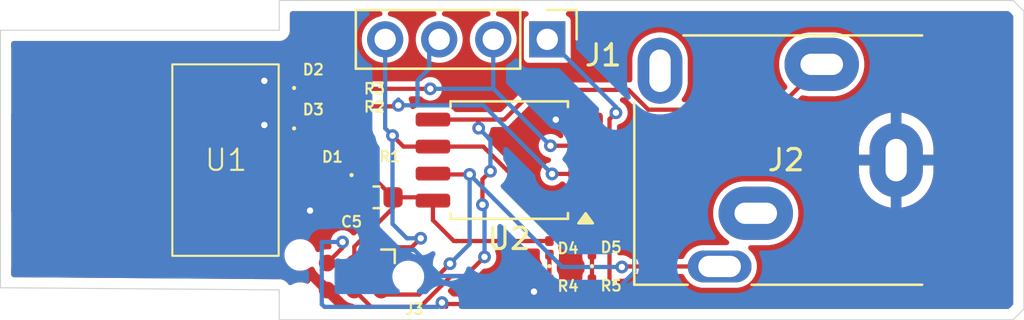
<source format=kicad_pcb>
(kicad_pcb (version 20241229) (generator "pcbnew") (generator_version "9.0")
  (title_block (title "Iambic Controller ATTiny85") (date "2025-12-12") (rev "1.0") (company "Dominic Streif"))
  (layers (0 "F.Cu" signal) (2 "B.Cu" signal) (13 "F.Paste" user) (15 "B.Paste" user) (5 "F.SilkS" user "F.Silkscreen") (7 "B.SilkS" user "B.Silkscreen") (1 "F.Mask" user) (3 "B.Mask" user) (25 "Edge.Cuts" user))
  (net 0 "")
  (net 1 "GND")
  (net 2 "VCC5V")
  (net 3 "Net-(D4-K)")
  (net 4 "/MISO")
  (net 5 "Net-(D5-K)")
  (net 6 "/USB_DP")
  (net 7 "/USB_DN")
  (net 8 "/AUDIO_RING")
  (net 9 "/AUDIO_TIP")
  (net 10 "Net-(D1-A)")
  (net 11 "Net-(D2-K)")
  (net 12 "Net-(D3-K)")
  (net 13 "/RESET")
  (footprint "Package_SO:SOIC-8_5.3x5.3mm_P1.27mm" (layer "F.Cu") (at 155.8125 100 180)
    (property "Reference" "U2" (at 0.0125 -3.7 0) (layer "F.SilkS"))
    (property "Value" "ATtiny85-20S" (hide yes))
    (fp_line (start 2.76 2.76) (end -2.76 2.76) (stroke (width 0.12)) (layer "F.SilkS"))
    (fp_line (start 2.76 2.49) (end 2.76 2.76) (stroke (width 0.12)) (layer "F.SilkS"))
    (fp_line (start 2.76 -2.76) (end 2.76 -2.49) (stroke (width 0.12)) (layer "F.SilkS"))
    (fp_line (start -2.76 2.76) (end -2.76 2.49) (stroke (width 0.12)) (layer "F.SilkS"))
    (fp_line (start -2.76 -2.49) (end -2.76 -2.76) (stroke (width 0.12)) (layer "F.SilkS"))
    (fp_line (start -2.76 -2.76) (end 2.76 -2.76) (stroke (width 0.12)) (layer "F.SilkS"))
    (fp_poly (pts (xy -3.59 -2.5) (xy -3.93 -2.97) (xy -3.25 -2.97)) (stroke (width 0.12)) (fill yes) (layer "F.SilkS"))
    (pad "1" smd roundrect (at -3.5875 -1.905 180) (size 1.625 0.65) (layers "F.Cu" "F.Mask" "F.Paste") (net 13 "/RESET"))
    (pad "2" smd roundrect (at -3.5875 -0.635 180) (size 1.625 0.65) (layers "F.Cu" "F.Mask" "F.Paste") (net 7 "/USB_DN"))
    (pad "3" smd roundrect (at -3.5875 0.635 180) (size 1.625 0.65) (layers "F.Cu" "F.Mask" "F.Paste") (net 6 "/USB_DP"))
    (pad "4" smd roundrect (at -3.5875 1.905 180) (size 1.625 0.65) (layers "F.Cu" "F.Mask" "F.Paste") (net 1 "GND"))
    (pad "5" smd roundrect (at 3.5875 1.905 180) (size 1.625 0.65) (layers "F.Cu" "F.Mask" "F.Paste") (net 9 "/AUDIO_TIP"))
    (pad "6" smd roundrect (at 3.5875 0.635 180) (size 1.625 0.65) (layers "F.Cu" "F.Mask" "F.Paste") (net 4 "/MISO"))
    (pad "7" smd roundrect (at 3.5875 -0.635 180) (size 1.625 0.65) (layers "F.Cu" "F.Mask" "F.Paste") (net 8 "/AUDIO_RING"))
    (pad "8" smd roundrect (at 3.5875 -1.905 180) (size 1.625 0.65) (layers "F.Cu" "F.Mask" "F.Paste") (net 2 "VCC5V"))
  )
  (footprint "Resistor_SMD:R_0201_0603Metric" (layer "F.Cu") (at 149.35 99.855 90)
    (property "Reference" "R1" (at 0.02 0.85 180) (layer "F.SilkS") (effects (font (size 0.5 0.5) (thickness 0.1))))
    (property "Value" "1K5" (hide yes))
    (pad "1" smd roundrect (at -0.32 0 90) (size 0.46 0.4) (layers "F.Cu" "F.Mask") (net 2 "VCC5V"))
    (pad "2" smd roundrect (at 0.32 0 90) (size 0.46 0.4) (layers "F.Cu" "F.Mask") (net 12 "Net-(D3-K)"))
  )
  (footprint "Custom_Lib:PCB_USB_connector" (layer "F.Cu") (at 135.975 100)
    (property "Reference" "U1" (at 6.525 0 0) (layer "F.SilkS") (effects (font (thickness 0.1))))
    (property "Value" "USB_A_PCB" (hide yes))
    (fp_rect (start 4 -4.5) (end 9 4.5) (stroke (width 0.1)) (fill no) (layer "F.SilkS"))
    (pad "1" smd roundrect (at 0 3.75) (size 7 2) (layers "F.Cu" "F.Mask" "F.Paste") (roundrect_rratio 0.15) (net 10 "Net-(D1-A)"))
    (pad "2" smd roundrect (at 0 1) (size 6 1.5) (layers "F.Cu" "F.Mask" "F.Paste") (roundrect_rratio 0.15) (net 12 "Net-(D3-K)"))
    (pad "3" smd roundrect (at 0 -1) (size 6 1.5) (layers "F.Cu" "F.Mask" "F.Paste") (roundrect_rratio 0.15) (net 11 "Net-(D2-K)"))
    (pad "4" smd roundrect (at 0 -3.75) (size 7 2) (layers "F.Cu" "F.Mask" "F.Paste") (roundrect_rratio 0.15) (net 1 "GND"))
  )
  (footprint "Diode_SMD:D_0201_0603Metric" (layer "F.Cu") (at 148.4 99.845 90)
    (property "Reference" "D1" (at -0.005 -0.9 180) (layer "F.SilkS") (effects (font (size 0.5 0.5) (thickness 0.1))))
    (property "Value" "1N5819" (hide yes))
    (fp_circle (center -0.86 0) (end -0.81 0) (stroke (width 0.1)) (fill no) (layer "F.SilkS"))
    (pad "1" smd roundrect (at -0.32 0 90) (size 0.46 0.4) (layers "F.Cu" "F.Mask") (net 2 "VCC5V"))
    (pad "2" smd roundrect (at 0.32 0 90) (size 0.46 0.4) (layers "F.Cu" "F.Mask") (net 10 "Net-(D1-A)"))
  )
  (footprint "Resistor_SMD:R_0201_0603Metric" (layer "F.Cu") (at 159.7 105.925 -90)
    (property "Reference" "R5" (at -0.0175 -0.9 0) (layer "F.SilkS") (effects (font (size 0.5 0.5) (thickness 0.1) (bold yes))))
    (property "Value" "1K" (hide yes))
    (pad "1" smd roundrect (at -0.32 0 270) (size 0.46 0.4) (layers "F.Cu" "F.Mask") (net 5 "Net-(D5-K)"))
    (pad "2" smd roundrect (at 0.32 0 270) (size 0.46 0.4) (layers "F.Cu" "F.Mask") (net 1 "GND"))
  )
  (footprint "LED_SMD:LED_0201_0603Metric" (layer "F.Cu") (at 157.7 104.125 90)
    (property "Reference" "D4" (at -0.025 0.875 0) (layer "F.SilkS") (effects (font (size 0.5 0.5) (thickness 0.1))))
    (property "Value" "LED1" (hide yes))
    (fp_circle (center -0.86 0) (end -0.81 0) (stroke (width 0.1)) (fill no) (layer "F.SilkS"))
    (pad "1" smd roundrect (at -0.32 0 90) (size 0.46 0.4) (layers "F.Cu" "F.Mask") (net 3 "Net-(D4-K)"))
    (pad "2" smd roundrect (at 0.32 0 90) (size 0.46 0.4) (layers "F.Cu" "F.Mask") (net 2 "VCC5V"))
  )
  (footprint "LED_SMD:LED_0201_0603Metric" (layer "F.Cu") (at 159.7 104.125 90)
    (property "Reference" "D5" (at 0.025 0.9 0) (layer "F.SilkS") (effects (font (size 0.5 0.5) (thickness 0.1))))
    (property "Value" "LED2" (hide yes))
    (fp_circle (center -0.86 0) (end -0.81 0) (stroke (width 0.1)) (fill no) (layer "F.SilkS"))
    (pad "1" smd roundrect (at -0.32 0 90) (size 0.46 0.4) (layers "F.Cu" "F.Mask") (net 5 "Net-(D5-K)"))
    (pad "2" smd roundrect (at 0.32 0 90) (size 0.46 0.4) (layers "F.Cu" "F.Mask") (net 4 "/MISO"))
  )
  (footprint "Connector_PinHeader_2.54mm:PinHeader_1x04_P2.54mm_Vertical" (layer "F.Cu") (at 157.6 94.325 -90)
    (property "Reference" "J1" (at 0.75 -2.63 0) (layer "F.SilkS"))
    (property "Value" "Header 1" (hide yes))
    (fp_line (start -1.38 9) (end 1.38 9) (stroke (width 0.12)) (layer "F.SilkS"))
    (fp_line (start -1.38 1.27) (end -1.38 9) (stroke (width 0.12)) (layer "F.SilkS"))
    (fp_line (start -1.38 1.27) (end 1.38 1.27) (stroke (width 0.12)) (layer "F.SilkS"))
    (fp_line (start 1.38 1.27) (end 1.38 9) (stroke (width 0.12)) (layer "F.SilkS"))
    (fp_line (start -1.38 0) (end -1.38 -1.38) (stroke (width 0.12)) (layer "F.SilkS"))
    (fp_line (start -1.38 -1.38) (end 0 -1.38) (stroke (width 0.12)) (layer "F.SilkS"))
    (pad "1" thru_hole rect (at 0 0 270) (size 1.7 1.7) (drill 1) (layers "*.Cu" "*.Mask") (net 13 "/RESET"))
    (pad "2" thru_hole circle (at 0 2.54 270) (size 1.7 1.7) (drill 1) (layers "*.Cu" "*.Mask") (net 6 "/USB_DP"))
    (pad "3" thru_hole circle (at 0 5.08 270) (size 1.7 1.7) (drill 1) (layers "*.Cu" "*.Mask") (net 7 "/USB_DN"))
    (pad "4" thru_hole circle (at 0 7.62 270) (size 1.7 1.7) (drill 1) (layers "*.Cu" "*.Mask") (net 4 "/MISO"))
  )
  (footprint "Resistor_SMD:R_0201_0603Metric" (layer "F.Cu") (at 157.7 105.925 -90)
    (property "Reference" "R4" (at 0 -0.875 0) (layer "F.SilkS") (effects (font (size 0.5 0.5) (thickness 0.1))))
    (property "Value" "1K" (hide yes))
    (pad "1" smd roundrect (at -0.32 0 270) (size 0.46 0.4) (layers "F.Cu" "F.Mask") (net 3 "Net-(D4-K)"))
    (pad "2" smd roundrect (at 0.32 0 270) (size 0.46 0.4) (layers "F.Cu" "F.Mask") (net 1 "GND"))
  )
  (footprint "Resistor_SMD:R_0201_0603Metric" (layer "F.Cu") (at 148.25 97.475)
    (property "Reference" "R2" (at 1.225 0.025 0) (layer "F.SilkS") (effects (font (size 0.5 0.5) (thickness 0.1) (bold yes))))
    (property "Value" "68R" (hide yes))
    (pad "1" smd roundrect (at -0.32 0) (size 0.46 0.4) (layers "F.Cu" "F.Mask") (net 12 "Net-(D3-K)"))
    (pad "2" smd roundrect (at 0.32 0) (size 0.46 0.4) (layers "F.Cu" "F.Mask") (net 7 "/USB_DN"))
  )
  (footprint "Connector:Tag-Connect_TC2030-IDC-NL_2x03_P1.27mm_Vertical" (layer "F.Cu") (at 148.525 105.475 180)
    (property "Reference" "J3" (at -2.83 -1.535 0) (layer "F.SilkS") (effects (font (size 0.5 0.5) (thickness 0.1))))
    (property "Value" "ISP Header" (hide yes))
    (fp_line (start -1.27 1.27) (end -1.905 1.27) (stroke (width 0.12)) (layer "F.SilkS"))
    (fp_line (start -1.905 1.27) (end -1.905 0.635) (stroke (width 0.12)) (layer "F.SilkS"))
    (pad "" np_thru_hole circle (at -2.54 0 180) (size 0.9906 0.9906) (drill 0.9906) (layers "*.Cu" "*.Mask"))
    (pad "" np_thru_hole circle (at 2.54 -1.016 180) (size 0.9906 0.9906) (drill 0.9906) (layers "*.Cu" "*.Mask"))
    (pad "" np_thru_hole circle (at 2.54 1.016 180) (size 0.9906 0.9906) (drill 0.9906) (layers "*.Cu" "*.Mask"))
    (pad "1" connect circle (at -1.27 0.635 180) (size 0.7874 0.7874) (layers "F.Cu" "F.Mask") (net 4 "/MISO"))
    (pad "2" connect circle (at -1.27 -0.635 180) (size 0.7874 0.7874) (layers "F.Cu" "F.Mask") (net 8 "/AUDIO_RING"))
    (pad "3" connect circle (at 0 0.635 180) (size 0.7874 0.7874) (layers "F.Cu" "F.Mask") (net 2 "VCC5V"))
    (pad "4" connect circle (at 0 -0.635 180) (size 0.7874 0.7874) (layers "F.Cu" "F.Mask") (net 9 "/AUDIO_TIP"))
    (pad "5" connect circle (at 1.27 0.635 180) (size 0.7874 0.7874) (layers "F.Cu" "F.Mask") (net 13 "/RESET"))
    (pad "6" connect circle (at 1.27 -0.635 180) (size 0.7874 0.7874) (layers "F.Cu" "F.Mask") (net 1 "GND"))
    (zone (net 0) (net_name "") (layer "F.Cu") (connect_pads (clearance 0)) (min_thickness 0.254)
      (keepout (tracks allowed) (vias not_allowed) (pads allowed) (copperpour not_allowed) (footprints not_allowed))
      (fill (thermal_gap 0.508) (thermal_bridge_width 0.508))
      (polygon (pts (xy 147.255 106.11) (xy 149.795 106.11) (xy 149.795 104.84) (xy 147.255 104.84)))
    )
  )
  (footprint "Connector_Audio:Jack_3.5mm_CUI_SJ1-3515N_Horizontal" (layer "F.Cu") (at 174 100 180)
    (property "Reference" "J2" (at 5.175 0 0) (layer "F.SilkS"))
    (property "Value" "AudioJack3" (hide yes))
    (fp_line (start 12.31 -5.86) (end 12.31 2.7) (stroke (width 0.12)) (layer "F.SilkS"))
    (fp_line (start 12.31 -5.86) (end 9.8 -5.86) (stroke (width 0.12)) (layer "F.SilkS"))
    (fp_line (start 10 5.86) (end -1.2192 5.86) (stroke (width 0.12)) (layer "F.SilkS"))
    (fp_line (start 6.8 -5.86) (end -1.2192 -5.86) (stroke (width 0.12)) (layer "F.SilkS"))
    (pad "R" thru_hole oval (at 8.3 -5 180) (size 3 1.5) (drill oval 2 1) (layers "*.Cu" "*.Mask") (net 8 "/AUDIO_RING"))
    (pad "RN" thru_hole oval (at 6.6 -2.5 180) (size 3.5 2.5) (drill oval 2 1) (layers "*.Cu" "*.Mask"))
    (pad "S" thru_hole oval (at 0 0 90) (size 3.5 2.5) (drill oval 2 1) (layers "*.Cu" "*.Mask") (net 1 "GND"))
    (pad "T" thru_hole oval (at 3.5 4.5 180) (size 3.5 2.5) (drill oval 2 1) (layers "*.Cu" "*.Mask") (net 9 "/AUDIO_TIP"))
    (pad "TN" thru_hole oval (at 11.1 4.2 270) (size 3.1 2.1) (drill oval 2 1) (layers "*.Cu" "*.Mask"))
  )
  (footprint "Diode_SMD:D_0201_0603Metric" (layer "F.Cu") (at 145.7 95.75 90)
    (property "Reference" "D2" (at 0 0.9 0) (layer "F.SilkS") (effects (font (size 0.5 0.5) (thickness 0.1))))
    (property "Value" "~" (hide yes))
    (fp_circle (center -0.86 0) (end -0.81 0) (stroke (width 0.1)) (fill no) (layer "F.SilkS"))
    (pad "1" smd roundrect (at -0.32 0 90) (size 0.46 0.4) (layers "F.Cu" "F.Mask") (net 11 "Net-(D2-K)"))
    (pad "2" smd roundrect (at 0.32 0 90) (size 0.46 0.4) (layers "F.Cu" "F.Mask") (net 1 "GND"))
  )
  (footprint "Capacitor_SMD:C_0603_1608Metric" (layer "F.Cu") (at 149.575 101.75)
    (property "Reference" "C5" (at -1.175 1.15 0) (layer "F.SilkS") (effects (font (size 0.5 0.5) (thickness 0.1))))
    (property "Value" "100nF" (hide yes))
    (fp_line (start -0.14058 -0.51) (end 0.14058 -0.51) (stroke (width 0.12)) (layer "F.SilkS"))
    (fp_line (start -0.14058 0.51) (end 0.14058 0.51) (stroke (width 0.12)) (layer "F.SilkS"))
    (pad "1" smd roundrect (at -0.775 0) (size 0.9 0.95) (layers "F.Cu" "F.Mask" "F.Paste") (net 1 "GND"))
    (pad "2" smd roundrect (at 0.775 0) (size 0.9 0.95) (layers "F.Cu" "F.Mask" "F.Paste") (net 2 "VCC5V"))
  )
  (footprint "Diode_SMD:D_0201_0603Metric" (layer "F.Cu") (at 145.7 97.65 90)
    (property "Reference" "D3" (at 0.025 0.9 0) (layer "F.SilkS") (effects (font (size 0.5 0.5) (thickness 0.1))))
    (property "Value" "~" (hide yes))
    (fp_circle (center -0.86 0) (end -0.81 0) (stroke (width 0.1)) (fill no) (layer "F.SilkS"))
    (pad "1" smd roundrect (at -0.32 0 90) (size 0.46 0.4) (layers "F.Cu" "F.Mask") (net 12 "Net-(D3-K)"))
    (pad "2" smd roundrect (at 0.32 0 90) (size 0.46 0.4) (layers "F.Cu" "F.Mask") (net 1 "GND"))
  )
  (footprint "Resistor_SMD:R_0201_0603Metric" (layer "F.Cu") (at 148.25 96.65)
    (property "Reference" "R3" (at 1.225 0 0) (layer "F.SilkS") (effects (font (size 0.5 0.5) (thickness 0.1))))
    (property "Value" "68R" (hide yes))
    (pad "1" smd roundrect (at -0.32 0) (size 0.46 0.4) (layers "F.Cu" "F.Mask") (net 11 "Net-(D2-K)"))
    (pad "2" smd roundrect (at 0.32 0) (size 0.46 0.4) (layers "F.Cu" "F.Mask") (net 6 "/USB_DP"))
  )
  (gr_line (start 131.9 93.9) (end 145 93.9) (stroke (width 0.05)) (layer "Edge.Cuts"))
  (gr_line (start 179.5 92.5) (end 180 93) (stroke (width 0.05)) (layer "Edge.Cuts"))
  (gr_line (start 131.9 93.9) (end 131.9 106) (stroke (width 0.05)) (layer "Edge.Cuts"))
  (gr_line (start 145 107.5) (end 179.5 107.5) (stroke (width 0.05)) (layer "Edge.Cuts"))
  (gr_line (start 145 93.9) (end 145 92.5) (stroke (width 0.05)) (layer "Edge.Cuts"))
  (gr_line (start 180 107) (end 179.5 107.5) (stroke (width 0.05)) (layer "Edge.Cuts"))
  (gr_line (start 145 106.1) (end 131.9 106) (stroke (width 0.05)) (layer "Edge.Cuts"))
  (gr_line (start 145 92.5) (end 179.5 92.5) (stroke (width 0.05)) (layer "Edge.Cuts"))
  (gr_line (start 180 93) (end 180 107) (stroke (width 0.05)) (layer "Edge.Cuts"))
  (gr_line (start 145 107.5) (end 145 106.1) (stroke (width 0.05)) (layer "Edge.Cuts"))
  (segment (start 144.3 96.275) (end 144.3 96.185) (width 0.2) (layer "F.Cu") (net 1))
  (segment (start 144.85 97.775) (end 145.295 97.33) (width 0.2) (layer "F.Cu") (net 1))
  (segment (start 157.7 106.245) (end 159.7 106.245) (width 0.2) (layer "F.Cu") (net 1))
  (segment (start 139.95 96.275) (end 139.925 96.25) (width 0.2) (layer "F.Cu") (net 1))
  (segment (start 146.4503 105.3053) (end 145.634451 105.3053) (width 0.2) (layer "F.Cu") (net 1))
  (segment (start 144.85 97.8) (end 144.85 97.775) (width 0.2) (layer "F.Cu") (net 1))
  (segment (start 147.075 101.75) (end 146.45 102.375) (width 0.2) (layer "F.Cu") (net 1))
  (segment (start 145.7 95.43) (end 145.145 95.43) (width 0.2) (layer "F.Cu") (net 1))
  (segment (start 144.3 98.35) (end 144.85 97.8) (width 0.2) (layer "F.Cu") (net 1))
  (segment (start 147.255 106.11) (end 146.4503 105.3053) (width 0.2) (layer "F.Cu") (net 1))
  (segment (start 144.3 96.275) (end 139.95 96.275) (width 0.2) (layer "F.Cu") (net 1))
  (segment (start 145.1387 104.809549) (end 145.1387 103.6863) (width 0.2) (layer "F.Cu") (net 1))
  (segment (start 145.1387 103.6863) (end 146.45 102.375) (width 0.2) (layer "F.Cu") (net 1))
  (segment (start 145.295 97.33) (end 145.7 97.33) (width 0.2) (layer "F.Cu") (net 1))
  (segment (start 157.7075 106.2375) (end 157.7 106.245) (width 0.2) (layer "F.Cu") (net 1))
  (segment (start 157.044 106.2525) (end 156.975 106.1835) (width 0.2) (layer "F.Cu") (net 1))
  (segment (start 145.634451 105.3053) (end 145.1387 104.809549) (width 0.2) (layer "F.Cu") (net 1))
  (segment (start 148.8 101.75) (end 147.075 101.75) (width 0.2) (layer "F.Cu") (net 1))
  (segment (start 157.0365 106.245) (end 156.975 106.1835) (width 0.2) (layer "F.Cu") (net 1))
  (segment (start 159.4 98.095) (end 158.005 98.095) (width 0.2) (layer "F.Cu") (net 1))
  (segment (start 139.925 96.25) (end 135.975 96.25) (width 0.2) (layer "F.Cu") (net 1))
  (segment (start 158.005 98.095) (end 158 98.1) (width 0.2) (layer "F.Cu") (net 1))
  (segment (start 157.7 106.245) (end 157.0365 106.245) (width 0.2) (layer "F.Cu") (net 1))
  (segment (start 145.145 95.43) (end 144.3 96.275) (width 0.2) (layer "F.Cu") (net 1))
  (via (at 144.3 96.275) (size 0.6) (drill 0.3) (layers "F.Cu" "B.Cu") (net 1))
  (via (at 144.3 98.35) (size 0.6) (drill 0.3) (layers "F.Cu" "B.Cu") (net 1))
  (via (at 158 98.1) (size 0.6) (drill 0.3) (layers "F.Cu" "B.Cu") (net 1))
  (via (at 146.45 102.375) (size 0.6) (drill 0.3) (layers "F.Cu" "B.Cu") (net 1))
  (via (at 156.975 106.1835) (size 0.6) (drill 0.3) (layers "F.Cu" "B.Cu") (net 1))
  (segment (start 152.575 105.45) (end 151.35 104.225) (width 0.2) (layer "B.Cu") (net 1))
  (segment (start 155.25 106.899) (end 153.801 105.45) (width 0.2) (layer "B.Cu") (net 1))
  (segment (start 161.686 101.786) (end 161.686 105.265659) (width 0.2) (layer "B.Cu") (net 1))
  (segment (start 155.9655 106.1835) (end 155.25 106.899) (width 0.2) (layer "B.Cu") (net 1))
  (segment (start 153.801 105.45) (end 152.575 105.45) (width 0.2) (layer "B.Cu") (net 1))
  (segment (start 147.2 103.125) (end 146.45 102.375) (width 0.2) (layer "B.Cu") (net 1))
  (segment (start 144.85 100.075) (end 146.45 101.675) (width 0.2) (layer "B.Cu") (net 1))
  (segment (start 156.975 106.1835) (end 155.9655 106.1835) (width 0.2) (layer "B.Cu") (net 1))
  (segment (start 151.35 104.225) (end 150.675 104.225) (width 0.2) (layer "B.Cu") (net 1))
  (segment (start 158 98.1) (end 161.686 101.786) (width 0.2) (layer "B.Cu") (net 1))
  (segment (start 150.675 104.225) (end 149.575 103.125) (width 0.2) (layer "B.Cu") (net 1))
  (segment (start 160.052659 106.899) (end 155.25 106.899) (width 0.2) (layer "B.Cu") (net 1))
  (segment (start 144.3 98.35) (end 144.3 96.275) (width 0.2) (layer "B.Cu") (net 1))
  (segment (start 174 100) (end 163.472 100) (width 0.2) (layer "B.Cu") (net 1))
  (segment (start 163.472 100) (end 161.686 101.786) (width 0.2) (layer "B.Cu") (net 1))
  (segment (start 144.3 98.35) (end 144.85 98.9) (width 0.2) (layer "B.Cu") (net 1))
  (segment (start 149.575 103.125) (end 147.2 103.125) (width 0.2) (layer "B.Cu") (net 1))
  (segment (start 146.45 101.675) (end 146.45 102.375) (width 0.2) (layer "B.Cu") (net 1))
  (segment (start 161.686 105.265659) (end 160.052659 106.899) (width 0.2) (layer "B.Cu") (net 1))
  (segment (start 144.85 98.9) (end 144.85 100.075) (width 0.2) (layer "B.Cu") (net 1))
  (segment (start 153.3375 103.8125) (end 153.345 103.805) (width 0.2) (layer "F.Cu") (net 2))
  (segment (start 152.225 102.825) (end 153.205 103.805) (width 0.2) (layer "F.Cu") (net 2))
  (segment (start 148.4 100.165) (end 148.875 100.165) (width 0.2) (layer "F.Cu") (net 2))
  (segment (start 152.225 101.905) (end 152.225 102.825) (width 0.2) (layer "F.Cu") (net 2))
  (segment (start 148.53 104.07) (end 150.35 102.25) (width 0.2) (layer "F.Cu") (net 2))
  (segment (start 150.35 101.75) (end 152.07 101.75) (width 0.2) (layer "F.Cu") (net 2))
  (segment (start 148.525 104.84) (end 148.53 104.835) (width 0.2) (layer "F.Cu") (net 2))
  (segment (start 149.34 100.165) (end 149.35 100.175) (width 0.2) (layer "F.Cu") (net 2))
  (segment (start 153.205 103.805) (end 153.345 103.805) (width 0.2) (layer "F.Cu") (net 2))
  (segment (start 148.875 100.165) (end 148.875 100.8) (width 0.2) (layer "F.Cu") (net 2))
  (segment (start 148.875 100.165) (end 149.34 100.165) (width 0.2) (layer "F.Cu") (net 2))
  (segment (start 150.35 102.25) (end 150.35 101.75) (width 0.2) (layer "F.Cu") (net 2))
  (segment (start 152.07 101.75) (end 152.225 101.905) (width 0.2) (layer "F.Cu") (net 2))
  (segment (start 149.4 100.8) (end 150.35 101.75) (width 0.2) (layer "F.Cu") (net 2))
  (segment (start 153.345 103.805) (end 157.7 103.805) (width 0.2) (layer "F.Cu") (net 2))
  (segment (start 148.875 100.8) (end 149.4 100.8) (width 0.2) (layer "F.Cu") (net 2))
  (segment (start 148.53 104.835) (end 148.53 104.07) (width 0.2) (layer "F.Cu") (net 2))
  (segment (start 157.7 104.445) (end 157.7 105.605) (width 0.2) (layer "F.Cu") (net 3))
  (segment (start 150.6 104.1) (end 149.86 104.84) (width 0.2) (layer "F.Cu") (net 4))
  (segment (start 149.86 104.84) (end 149.795 104.84) (width 0.2) (layer "F.Cu") (net 4))
  (segment (start 158.25 102.975) (end 159.7 102.975) (width 0.2) (layer "F.Cu") (net 4))
  (segment (start 159.7 102.975) (end 159.7 103.805) (width 0.2) (layer "F.Cu") (net 4))
  (segment (start 151.225 104.1) (end 150.6 104.1) (width 0.2) (layer "F.Cu") (net 4))
  (segment (start 158.225 103) (end 158.25 102.975) (width 0.2) (layer "F.Cu") (net 4))
  (segment (start 150.84 99.365) (end 152.225 99.365) (width 0.2) (layer "F.Cu") (net 4))
  (segment (start 151.65 103.675) (end 151.225 104.1) (width 0.2) (layer "F.Cu") (net 4))
  (segment (start 152.225 99.365) (end 154.59 99.365) (width 0.2) (layer "F.Cu") (net 4))
  (segment (start 150.325 98.85) (end 150.84 99.365) (width 0.2) (layer "F.Cu") (net 4))
  (segment (start 154.59 99.365) (end 158.225 103) (width 0.2) (layer "F.Cu") (net 4))
  (via (at 151.65 103.675) (size 0.6) (drill 0.3) (layers "F.Cu" "B.Cu") (net 4))
  (via (at 150.325 98.85) (size 0.6) (drill 0.3) (layers "F.Cu" "B.Cu") (net 4))
  (segment (start 149.98 98.505) (end 150.325 98.85) (width 0.2) (layer "B.Cu") (net 4))
  (segment (start 151.65 103.675) (end 151 103.675) (width 0.2) (layer "B.Cu") (net 4))
  (segment (start 150.325 103) (end 150.325 98.85) (width 0.2) (layer "B.Cu") (net 4))
  (segment (start 149.98 94.325) (end 149.98 98.505) (width 0.2) (layer "B.Cu") (net 4))
  (segment (start 151 103.675) (end 150.325 103) (width 0.2) (layer "B.Cu") (net 4))
  (segment (start 159.7 104.445) (end 159.7 105.605) (width 0.2) (layer "F.Cu") (net 5))
  (segment (start 157.75 99.325) (end 159.36 99.325) (width 0.2) (layer "F.Cu") (net 6))
  (segment (start 159.36 99.325) (end 159.4 99.365) (width 0.2) (layer "F.Cu") (net 6))
  (segment (start 148.57 96.65) (end 152.1 96.65) (width 0.2) (layer "F.Cu") (net 6))
  (via (at 157.75 99.325) (size 0.6) (drill 0.3) (layers "F.Cu" "B.Cu") (net 6))
  (via (at 152.1 96.65) (size 0.6) (drill 0.3) (layers "F.Cu" "B.Cu") (net 6))
  (segment (start 155.06 96.635) (end 155.075 96.65) (width 0.2) (layer "B.Cu") (net 6))
  (segment (start 152.1 96.65) (end 155.075 96.65) (width 0.2) (layer "B.Cu") (net 6))
  (segment (start 155.075 96.65) (end 157.75 99.325) (width 0.2) (layer "B.Cu") (net 6))
  (segment (start 155.06 94.325) (end 155.06 96.635) (width 0.2) (layer "B.Cu") (net 6))
  (segment (start 157.825 100.65) (end 159.385 100.65) (width 0.2) (layer "F.Cu") (net 7))
  (segment (start 148.57 97.475) (end 150.55 97.475) (width 0.2) (layer "F.Cu") (net 7))
  (segment (start 150.55 97.475) (end 150.6 97.425) (width 0.2) (layer "F.Cu") (net 7))
  (segment (start 159.385 100.65) (end 159.4 100.635) (width 0.2) (layer "F.Cu") (net 7))
  (via (at 150.6 97.425) (size 0.6) (drill 0.3) (layers "F.Cu" "B.Cu") (net 7))
  (via (at 157.825 100.65) (size 0.6) (drill 0.3) (layers "F.Cu" "B.Cu") (net 7))
  (segment (start 152.05 95.7) (end 151.5 96.25) (width 0.2) (layer "B.Cu") (net 7))
  (segment (start 150.6 97.15) (end 150.6 97.425) (width 0.2) (layer "B.Cu") (net 7))
  (segment (start 150.6 97.425) (end 151.5 97.425) (width 0.2) (layer "B.Cu") (net 7))
  (segment (start 152.05 94.795) (end 152.05 95.7) (width 0.2) (layer "B.Cu") (net 7))
  (segment (start 152.52 94.325) (end 152.05 94.795) (width 0.2) (layer "B.Cu") (net 7))
  (segment (start 154.6 97.425) (end 157.825 100.65) (width 0.2) (layer "B.Cu") (net 7))
  (segment (start 151.5 97.425) (end 154.6 97.425) (width 0.2) (layer "B.Cu") (net 7))
  (segment (start 151.5 96.25) (end 151.5 97.425) (width 0.2) (layer "B.Cu") (net 7))
  (segment (start 165.7 105) (end 161.13 105) (width 0.2) (layer "F.Cu") (net 8))
  (segment (start 161.13 105) (end 161.105 105.025) (width 0.2) (layer "F.Cu") (net 8))
  (segment (start 153.95 100.675) (end 152.265 100.675) (width 0.2) (layer "F.Cu") (net 8))
  (segment (start 153.025 104.87) (end 151.5737 106.3213) (width 0.2) (layer "F.Cu") (net 8))
  (segment (start 151.5737 106.3213) (end 150.0063 106.3213) (width 0.2) (layer "F.Cu") (net 8))
  (segment (start 152.265 100.675) (end 152.225 100.635) (width 0.2) (layer "F.Cu") (net 8))
  (segment (start 150.0063 106.3213) (end 149.795 106.11) (width 0.2) (layer "F.Cu") (net 8))
  (via (at 161.105 105.025) (size 0.6) (drill 0.3) (layers "F.Cu" "B.Cu") (net 8))
  (via (at 153.95 100.675) (size 0.6) (drill 0.3) (layers "F.Cu" "B.Cu") (net 8))
  (via (at 153.025 104.87) (size 0.6) (drill 0.3) (layers "F.Cu" "B.Cu") (net 8))
  (segment (start 158.3 105.025) (end 153.95 100.675) (width 0.2) (layer "B.Cu") (net 8))
  (segment (start 161.105 105.025) (end 158.3 105.025) (width 0.2) (layer "B.Cu") (net 8))
  (segment (start 153.95 103.945) (end 153.025 104.87) (width 0.2) (layer "B.Cu") (net 8))
  (segment (start 153.95 100.675) (end 153.95 103.945) (width 0.2) (layer "B.Cu") (net 8))
  (segment (start 151.629341 106.899) (end 153.077341 105.451) (width 0.2) (layer "F.Cu") (net 9))
  (segment (start 162.348682 97.631) (end 168.369 97.631) (width 0.2) (layer "F.Cu") (net 9))
  (segment (start 153.077341 105.451) (end 153.749 105.451) (width 0.2) (layer "F.Cu") (net 9))
  (segment (start 154.552378 102.097622) (end 154.552378 100.897622) (width 0.2) (layer "F.Cu") (net 9))
  (segment (start 156.975 96.7) (end 155.58 98.095) (width 0.2) (layer "F.Cu") (net 9))
  (segment (start 155.58 98.095) (end 154.35 98.095) (width 0.2) (layer "F.Cu") (net 9))
  (segment (start 154.35 98.095) (end 152.225 98.095) (width 0.2) (layer "F.Cu") (net 9))
  (segment (start 154.375 98.5) (end 154.35 98.475) (width 0.2) (layer "F.Cu") (net 9))
  (segment (start 154.35 98.475) (end 154.35 98.095) (width 0.2) (layer "F.Cu") (net 9))
  (segment (start 161.417682 96.7) (end 162.348682 97.631) (width 0.2) (layer "F.Cu") (net 9))
  (segment (start 148.525 106.11) (end 149.314 106.899) (width 0.2) (layer "F.Cu") (net 9))
  (segment (start 154.552378 100.897622) (end 154.927378 100.522622) (width 0.2) (layer "F.Cu") (net 9))
  (segment (start 153.749 105.451) (end 154.65 104.55) (width 0.2) (layer "F.Cu") (net 9))
  (segment (start 149.314 106.899) (end 151.629341 106.899) (width 0.2) (layer "F.Cu") (net 9))
  (segment (start 168.369 97.631) (end 170.5 95.5) (width 0.2) (layer "F.Cu") (net 9))
  (segment (start 156.975 96.7) (end 161.417682 96.7) (width 0.2) (layer "F.Cu") (net 9))
  (via (at 154.65 104.55) (size 0.6) (drill 0.3) (layers "F.Cu" "B.Cu") (net 9))
  (via (at 154.375 98.5) (size 0.6) (drill 0.3) (layers "F.Cu" "B.Cu") (net 9))
  (via (at 154.927378 100.522622) (size 0.6) (drill 0.3) (layers "F.Cu" "B.Cu") (net 9))
  (via (at 154.552378 102.097622) (size 0.6) (drill 0.3) (layers "F.Cu" "B.Cu") (net 9))
  (segment (start 154.65 102.195244) (end 154.552378 102.097622) (width 0.2) (layer "B.Cu") (net 9))
  (segment (start 154.927378 100.522622) (end 154.927378 99.052378) (width 0.2) (layer "B.Cu") (net 9))
  (segment (start 154.65 104.55) (end 154.65 102.195244) (width 0.2) (layer "B.Cu") (net 9))
  (segment (start 154.927378 99.052378) (end 154.375 98.5) (width 0.2) (layer "B.Cu") (net 9))
  (segment (start 135.975 103.75) (end 143.975001 103.75) (width 0.2) (layer "F.Cu") (net 10))
  (segment (start 148.200001 99.525) (end 148.4 99.525) (width 0.2) (layer "F.Cu") (net 10))
  (segment (start 143.975001 103.75) (end 148.200001 99.525) (width 0.2) (layer "F.Cu") (net 10))
  (segment (start 147.35 96.07) (end 147.93 96.65) (width 0.2) (layer "F.Cu") (net 11))
  (segment (start 135.975 99) (end 142.77 99) (width 0.2) (layer "F.Cu") (net 11))
  (segment (start 142.77 99) (end 145.7 96.07) (width 0.2) (layer "F.Cu") (net 11))
  (segment (start 145.7 96.07) (end 147.35 96.07) (width 0.2) (layer "F.Cu") (net 11))
  (segment (start 147.93 98.115) (end 147.93 97.475) (width 0.2) (layer "F.Cu") (net 12))
  (segment (start 142.67 101) (end 145.7 97.97) (width 0.2) (layer "F.Cu") (net 12))
  (segment (start 149.35 99.535) (end 147.93 98.115) (width 0.2) (layer "F.Cu") (net 12))
  (segment (start 147.93 98.115) (end 147.785 97.97) (width 0.2) (layer "F.Cu") (net 12))
  (segment (start 135.975 101) (end 142.67 101) (width 0.2) (layer "F.Cu") (net 12))
  (segment (start 147.785 97.97) (end 145.7 97.97) (width 0.2) (layer "F.Cu") (net 12))
  (segment (start 152.7135 106.7635) (end 152.65 106.7) (width 0.2) (layer "F.Cu") (net 13))
  (segment (start 160.525 98.075) (end 160.525 101.9) (width 0.2) (layer "F.Cu") (net 13))
  (segment (start 147.975 103.85) (end 147.975 104.12) (width 0.2) (layer "F.Cu") (net 13))
  (segment (start 152.849 106.899) (end 152.65 106.7) (width 0.2) (layer "F.Cu") (net 13))
  (segment (start 160.825 97.775) (end 160.525 98.075) (width 0.2) (layer "F.Cu") (net 13))
  (segment (start 159.953086 106.7635) (end 152.7135 106.7635) (width 0.2) (layer "F.Cu") (net 13))
  (segment (start 147.975 104.12) (end 147.255 104.84) (width 0.2) (layer "F.Cu") (net 13))
  (segment (start 160.52 101.905) (end 160.525 101.9) (width 0.2) (layer "F.Cu") (net 13))
  (segment (start 159.4 101.905) (end 160.52 101.905) (width 0.2) (layer "F.Cu") (net 13))
  (segment (start 160.525 106.191586) (end 159.953086 106.7635) (width 0.2) (layer "F.Cu") (net 13))
  (segment (start 160.525 101.9) (end 160.525 106.191586) (width 0.2) (layer "F.Cu") (net 13))
  (via (at 152.65 106.7) (size 0.6) (drill 0.3) (layers "F.Cu" "B.Cu") (net 13))
  (via (at 147.975 103.85) (size 0.6) (drill 0.3) (layers "F.Cu" "B.Cu") (net 13))
  (via (at 160.825 97.775) (size 0.6) (drill 0.3) (layers "F.Cu" "B.Cu") (net 13))
  (segment (start 157.6 94.325) (end 157.65 94.325) (width 0.2) (layer "B.Cu") (net 13))
  (segment (start 160.825 97.5) (end 160.825 97.775) (width 0.2) (layer "B.Cu") (net 13))
  (segment (start 147 106.774) (end 147 103.85) (width 0.2) (layer "B.Cu") (net 13))
  (segment (start 152.451 106.899) (end 147.125 106.899) (width 0.2) (layer "B.Cu") (net 13))
  (segment (start 157.65 94.325) (end 160.825 97.5) (width 0.2) (layer "B.Cu") (net 13))
  (segment (start 147.125 106.899) (end 147 106.774) (width 0.2) (layer "B.Cu") (net 13))
  (segment (start 152.65 106.7) (end 152.451 106.899) (width 0.2) (layer "B.Cu") (net 13))
  (segment (start 147 103.85) (end 147.975 103.85) (width 0.2) (layer "B.Cu") (net 13))
  (zone (net 1) (net_name "GND") (layer "F.Cu") (name "TOP GND") (connect_pads (clearance 0.25)) (min_thickness 0.25) (fill yes (thermal_gap 0.5) (thermal_bridge_width 0.5))
    (polygon (pts (xy 145 92.525) (xy 179.475 92.5) (xy 180 92.975) (xy 180 106.975) (xy 179.525 107.475) (xy 145.025 107.45) (xy 145 106.1) (xy 131.9 106) (xy 131.9 93.9) (xy 145 93.875)))
  )
  (zone (net 1) (net_name "GND") (layer "B.Cu") (name "BOT GND") (priority 1) (connect_pads (clearance 0.5)) (min_thickness 0.25) (fill yes (thermal_gap 0.5) (thermal_bridge_width 0.5))
    (polygon (pts (xy 131.9 93.9) (xy 145 93.875) (xy 145 92.525) (xy 179.475 92.5) (xy 180 92.975) (xy 180 106.975) (xy 179.525 107.475) (xy 145.025 107.45) (xy 145 106.1) (xy 131.9 106)))
  )
)
</source>
